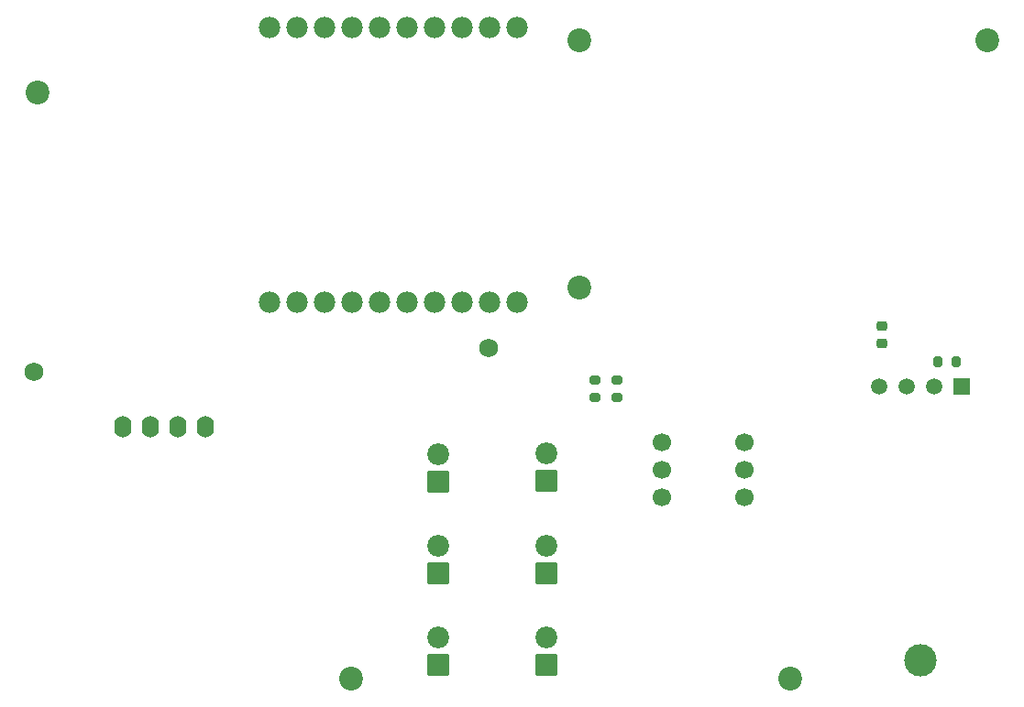
<source format=gbr>
%TF.GenerationSoftware,KiCad,Pcbnew,9.0.3*%
%TF.CreationDate,2025-08-01T16:51:20-05:00*%
%TF.ProjectId,Lab_Sensor_V2,4c61625f-5365-46e7-936f-725f56322e6b,rev?*%
%TF.SameCoordinates,Original*%
%TF.FileFunction,Soldermask,Bot*%
%TF.FilePolarity,Negative*%
%FSLAX46Y46*%
G04 Gerber Fmt 4.6, Leading zero omitted, Abs format (unit mm)*
G04 Created by KiCad (PCBNEW 9.0.3) date 2025-08-01 16:51:20*
%MOMM*%
%LPD*%
G01*
G04 APERTURE LIST*
G04 Aperture macros list*
%AMRoundRect*
0 Rectangle with rounded corners*
0 $1 Rounding radius*
0 $2 $3 $4 $5 $6 $7 $8 $9 X,Y pos of 4 corners*
0 Add a 4 corners polygon primitive as box body*
4,1,4,$2,$3,$4,$5,$6,$7,$8,$9,$2,$3,0*
0 Add four circle primitives for the rounded corners*
1,1,$1+$1,$2,$3*
1,1,$1+$1,$4,$5*
1,1,$1+$1,$6,$7*
1,1,$1+$1,$8,$9*
0 Add four rect primitives between the rounded corners*
20,1,$1+$1,$2,$3,$4,$5,0*
20,1,$1+$1,$4,$5,$6,$7,0*
20,1,$1+$1,$6,$7,$8,$9,0*
20,1,$1+$1,$8,$9,$2,$3,0*%
G04 Aperture macros list end*
%ADD10C,1.734000*%
%ADD11C,2.019000*%
%ADD12RoundRect,0.102000X0.907500X-0.907500X0.907500X0.907500X-0.907500X0.907500X-0.907500X-0.907500X0*%
%ADD13C,1.700000*%
%ADD14C,2.200000*%
%ADD15C,1.982000*%
%ADD16C,3.000000*%
%ADD17R,1.500000X1.500000*%
%ADD18C,1.500000*%
%ADD19O,1.600000X2.000000*%
%ADD20RoundRect,0.225000X0.250000X-0.225000X0.250000X0.225000X-0.250000X0.225000X-0.250000X-0.225000X0*%
%ADD21RoundRect,0.200000X-0.275000X0.200000X-0.275000X-0.200000X0.275000X-0.200000X0.275000X0.200000X0*%
%ADD22RoundRect,0.200000X-0.200000X-0.275000X0.200000X-0.275000X0.200000X0.275000X-0.200000X0.275000X0*%
%ADD23RoundRect,0.200000X0.275000X-0.200000X0.275000X0.200000X-0.275000X0.200000X-0.275000X-0.200000X0*%
G04 APERTURE END LIST*
D10*
%TO.C,TP2*%
X77650000Y-80950000D03*
%TD*%
D11*
%TO.C,D3*%
X125000000Y-105500000D03*
D12*
X125000000Y-108040000D03*
%TD*%
D13*
%TO.C,U4*%
X135690000Y-87460000D03*
X143310000Y-87460000D03*
X135690000Y-90000000D03*
X143310000Y-90000000D03*
X135690000Y-92540000D03*
X143310000Y-92540000D03*
%TD*%
D14*
%TO.C,H3*%
X165750000Y-50250000D03*
%TD*%
%TO.C,H2*%
X147500000Y-109250000D03*
%TD*%
%TO.C,H1*%
X107000000Y-109250000D03*
%TD*%
D10*
%TO.C,TP1*%
X119650000Y-78700000D03*
%TD*%
D14*
%TO.C,U1*%
X128038000Y-50310000D03*
X78000000Y-55136000D03*
X128038000Y-73170000D03*
D15*
X122293000Y-49050000D03*
X119753000Y-49050000D03*
X117213000Y-49050000D03*
X114673000Y-49050000D03*
X112133000Y-49050000D03*
X109593000Y-49050000D03*
X107053000Y-49050000D03*
X104513000Y-49050000D03*
X101973000Y-49050000D03*
X99433000Y-49050000D03*
X122293000Y-74450000D03*
X119753000Y-74450000D03*
X117213000Y-74450000D03*
X114673000Y-74450000D03*
X112133000Y-74450000D03*
X109593000Y-74450000D03*
X107053000Y-74450000D03*
X104513000Y-74450000D03*
X101973000Y-74450000D03*
X99433000Y-74450000D03*
%TD*%
D11*
%TO.C,D1*%
X115000000Y-88500000D03*
D12*
X115000000Y-91040000D03*
%TD*%
D11*
%TO.C,D5*%
X125000000Y-97000000D03*
D12*
X125000000Y-99540000D03*
%TD*%
D16*
%TO.C,U2*%
X159500000Y-107592500D03*
D17*
X163310000Y-82292500D03*
D18*
X160770000Y-82292500D03*
X158230000Y-82292500D03*
X155690000Y-82292500D03*
%TD*%
D19*
%TO.C,U3*%
X85880000Y-86000000D03*
X88420000Y-86000000D03*
X90960000Y-86000000D03*
X93500000Y-86000000D03*
%TD*%
D11*
%TO.C,D2*%
X115000000Y-105500000D03*
D12*
X115000000Y-108040000D03*
%TD*%
D11*
%TO.C,D4*%
X115000000Y-97000000D03*
D12*
X115000000Y-99540000D03*
%TD*%
D11*
%TO.C,D6*%
X125000000Y-88460000D03*
D12*
X125000000Y-91000000D03*
%TD*%
D20*
%TO.C,C1*%
X156000000Y-78275000D03*
X156000000Y-76725000D03*
%TD*%
D21*
%TO.C,R6*%
X131500000Y-81675000D03*
X131500000Y-83325000D03*
%TD*%
D22*
%TO.C,R15*%
X161175000Y-80000000D03*
X162825000Y-80000000D03*
%TD*%
D23*
%TO.C,R7*%
X129500000Y-83325000D03*
X129500000Y-81675000D03*
%TD*%
M02*

</source>
